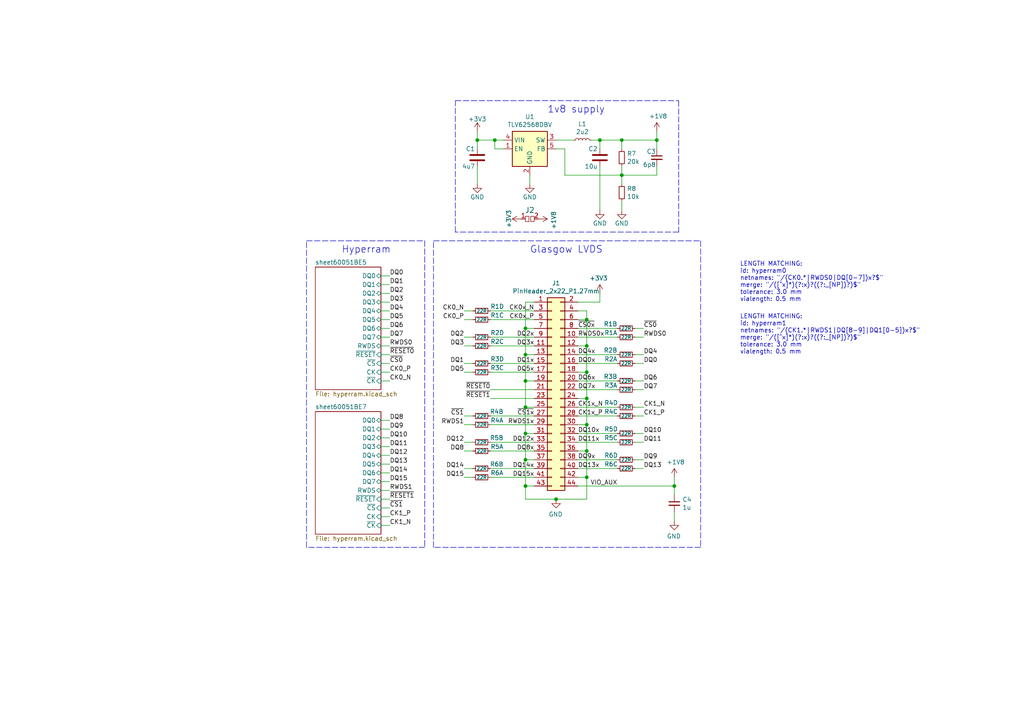
<source format=kicad_sch>
(kicad_sch (version 20230121) (generator eeschema)
  (paper "A4")
  (title_block (title "Glasgow Ram-Pak") (rev "V0.1b") (company "1BitSquared") (comment 1 "(C) 2021 1BitSquared") (comment 2 "(C) 2021 Piotr Esden-Tempski") (comment 3 "License: CC-BY-SA 4.0"))
  (lib_symbols
    (symbol "Connector_Generic:Conn_02x22_Odd_Even" (pin_names (offset 1.016) hide)
      (property "Reference" "J" (at 1.27 27.94 0))
      (property "Value" "Connector_Generic_Conn_02x22_Odd_Even" (at 1.27 -30.48 0))
      (symbol "Conn_02x22_Odd_Even_1_1"
        (rectangle (start -1.27 -27.813) (end 0 -28.067) (stroke (width 0.1524)))
        (rectangle (start -1.27 -25.273) (end 0 -25.527) (stroke (width 0.1524)))
        (rectangle (start -1.27 -22.733) (end 0 -22.987) (stroke (width 0.1524)))
        (rectangle (start -1.27 -20.193) (end 0 -20.447) (stroke (width 0.1524)))
        (rectangle (start -1.27 -17.653) (end 0 -17.907) (stroke (width 0.1524)))
        (rectangle (start -1.27 -15.113) (end 0 -15.367) (stroke (width 0.1524)))
        (rectangle (start -1.27 -12.573) (end 0 -12.827) (stroke (width 0.1524)))
        (rectangle (start -1.27 -10.033) (end 0 -10.287) (stroke (width 0.1524)))
        (rectangle (start -1.27 -7.493) (end 0 -7.747) (stroke (width 0.1524)))
        (rectangle (start -1.27 -4.953) (end 0 -5.207) (stroke (width 0.1524)))
        (rectangle (start -1.27 -2.413) (end 0 -2.667) (stroke (width 0.1524)))
        (rectangle (start -1.27 0.127) (end 0 -0.127) (stroke (width 0.1524)))
        (rectangle (start -1.27 2.667) (end 0 2.413) (stroke (width 0.1524)))
        (rectangle (start -1.27 5.207) (end 0 4.953) (stroke (width 0.1524)))
        (rectangle (start -1.27 7.747) (end 0 7.493) (stroke (width 0.1524)))
        (rectangle (start -1.27 10.287) (end 0 10.033) (stroke (width 0.1524)))
        (rectangle (start -1.27 12.827) (end 0 12.573) (stroke (width 0.1524)))
        (rectangle (start -1.27 15.367) (end 0 15.113) (stroke (width 0.1524)))
        (rectangle (start -1.27 17.907) (end 0 17.653) (stroke (width 0.1524)))
        (rectangle (start -1.27 20.447) (end 0 20.193) (stroke (width 0.1524)))
        (rectangle (start -1.27 22.987) (end 0 22.733) (stroke (width 0.1524)))
        (rectangle (start -1.27 25.527) (end 0 25.273) (stroke (width 0.1524)))
        (rectangle (start -1.27 26.67) (end 3.81 -29.21) (stroke (width 0.254)) (fill (type background)))
        (rectangle (start 3.81 -27.813) (end 2.54 -28.067) (stroke (width 0.1524)))
        (rectangle (start 3.81 -25.273) (end 2.54 -25.527) (stroke (width 0.1524)))
        (rectangle (start 3.81 -22.733) (end 2.54 -22.987) (stroke (width 0.1524)))
        (rectangle (start 3.81 -20.193) (end 2.54 -20.447) (stroke (width 0.1524)))
        (rectangle (start 3.81 -17.653) (end 2.54 -17.907) (stroke (width 0.1524)))
        (rectangle (start 3.81 -15.113) (end 2.54 -15.367) (stroke (width 0.1524)))
        (rectangle (start 3.81 -12.573) (end 2.54 -12.827) (stroke (width 0.1524)))
        (rectangle (start 3.81 -10.033) (end 2.54 -10.287) (stroke (width 0.1524)))
        (rectangle (start 3.81 -7.493) (end 2.54 -7.747) (stroke (width 0.1524)))
        (rectangle (start 3.81 -4.953) (end 2.54 -5.207) (stroke (width 0.1524)))
        (rectangle (start 3.81 -2.413) (end 2.54 -2.667) (stroke (width 0.1524)))
        (rectangle (start 3.81 0.127) (end 2.54 -0.127) (stroke (width 0.1524)))
        (rectangle (start 3.81 2.667) (end 2.54 2.413) (stroke (width 0.1524)))
        (rectangle (start 3.81 5.207) (end 2.54 4.953) (stroke (width 0.1524)))
        (rectangle (start 3.81 7.747) (end 2.54 7.493) (stroke (width 0.1524)))
        (rectangle (start 3.81 10.287) (end 2.54 10.033) (stroke (width 0.1524)))
        (rectangle (start 3.81 12.827) (end 2.54 12.573) (stroke (width 0.1524)))
        (rectangle (start 3.81 15.367) (end 2.54 15.113) (stroke (width 0.1524)))
        (rectangle (start 3.81 17.907) (end 2.54 17.653) (stroke (width 0.1524)))
        (rectangle (start 3.81 20.447) (end 2.54 20.193) (stroke (width 0.1524)))
        (rectangle (start 3.81 22.987) (end 2.54 22.733) (stroke (width 0.1524)))
        (rectangle (start 3.81 25.527) (end 2.54 25.273) (stroke (width 0.1524)))
        (pin passive line (at -5.08 25.4 0) (length 3.81) (name "Pin_1") (number "1"))
        (pin passive line (at 7.62 15.24 180) (length 3.81) (name "Pin_10") (number "10"))
        (pin passive line (at -5.08 12.7 0) (length 3.81) (name "Pin_11") (number "11"))
        (pin passive line (at 7.62 12.7 180) (length 3.81) (name "Pin_12") (number "12"))
        (pin passive line (at -5.08 10.16 0) (length 3.81) (name "Pin_13") (number "13"))
        (pin passive line (at 7.62 10.16 180) (length 3.81) (name "Pin_14") (number "14"))
        (pin passive line (at -5.08 7.62 0) (length 3.81) (name "Pin_15") (number "15"))
        (pin passive line (at 7.62 7.62 180) (length 3.81) (name "Pin_16") (number "16"))
        (pin passive line (at -5.08 5.08 0) (length 3.81) (name "Pin_17") (number "17"))
        (pin passive line (at 7.62 5.08 180) (length 3.81) (name "Pin_18") (number "18"))
        (pin passive line (at -5.08 2.54 0) (length 3.81) (name "Pin_19") (number "19"))
        (pin passive line (at 7.62 25.4 180) (length 3.81) (name "Pin_2") (number "2"))
        (pin passive line (at 7.62 2.54 180) (length 3.81) (name "Pin_20") (number "20"))
        (pin passive line (at -5.08 0 0) (length 3.81) (name "Pin_21") (number "21"))
        (pin passive line (at 7.62 0 180) (length 3.81) (name "Pin_22") (number "22"))
        (pin passive line (at -5.08 -2.54 0) (length 3.81) (name "Pin_23") (number "23"))
        (pin passive line (at 7.62 -2.54 180) (length 3.81) (name "Pin_24") (number "24"))
        (pin passive line (at -5.08 -5.08 0) (length 3.81) (name "Pin_25") (number "25"))
        (pin passive line (at 7.62 -5.08 180) (length 3.81) (name "Pin_26") (number "26"))
        (pin passive line (at -5.08 -7.62 0) (length 3.81) (name "Pin_27") (number "27"))
        (pin passive line (at 7.62 -7.62 180) (length 3.81) (name "Pin_28") (number "28"))
        (pin passive line (at -5.08 -10.16 0) (length 3.81) (name "Pin_29") (number "29"))
        (pin passive line (at -5.08 22.86 0) (length 3.81) (name "Pin_3") (number "3"))
        (pin passive line (at 7.62 -10.16 180) (length 3.81) (name "Pin_30") (number "30"))
        (pin passive line (at -5.08 -12.7 0) (length 3.81) (name "Pin_31") (number "31"))
        (pin passive line (at 7.62 -12.7 180) (length 3.81) (name "Pin_32") (number "32"))
        (pin passive line (at -5.08 -15.24 0) (length 3.81) (name "Pin_33") (number "33"))
        (pin passive line (at 7.62 -15.24 180) (length 3.81) (name "Pin_34") (number "34"))
        (pin passive line (at -5.08 -17.78 0) (length 3.81) (name "Pin_35") (number "35"))
        (pin passive line (at 7.62 -17.78 180) (length 3.81) (name "Pin_36") (number "36"))
        (pin passive line (at -5.08 -20.32 0) (length 3.81) (name "Pin_37") (number "37"))
        (pin passive line (at 7.62 -20.32 180) (length 3.81) (name "Pin_38") (number "38"))
        (pin passive line (at -5.08 -22.86 0) (length 3.81) (name "Pin_39") (number "39"))
        (pin passive line (at 7.62 22.86 180) (length 3.81) (name "Pin_4") (number "4"))
        (pin passive line (at 7.62 -22.86 180) (length 3.81) (name "Pin_40") (number "40"))
        (pin passive line (at -5.08 -25.4 0) (length 3.81) (name "Pin_41") (number "41"))
        (pin passive line (at 7.62 -25.4 180) (length 3.81) (name "Pin_42") (number "42"))
        (pin passive line (at -5.08 -27.94 0) (length 3.81) (name "Pin_43") (number "43"))
        (pin passive line (at 7.62 -27.94 180) (length 3.81) (name "Pin_44") (number "44"))
        (pin passive line (at -5.08 20.32 0) (length 3.81) (name "Pin_5") (number "5"))
        (pin passive line (at 7.62 20.32 180) (length 3.81) (name "Pin_6") (number "6"))
        (pin passive line (at -5.08 17.78 0) (length 3.81) (name "Pin_7") (number "7"))
        (pin passive line (at 7.62 17.78 180) (length 3.81) (name "Pin_8") (number "8"))
        (pin passive line (at -5.08 15.24 0) (length 3.81) (name "Pin_9") (number "9"))
      )
    )
    (symbol "Regulator_Switching:TLV62568DBV"
      (property "Reference" "U" (at -5.08 6.35 0))
      (property "Value" "Regulator_Switching_TLV62568DBV" (at 0 6.35 0))
      (symbol "TLV62568DBV_0_1"
        (rectangle (start -5.08 5.08) (end 5.08 -5.08) (stroke (width 0.254)) (fill (type background)))
      )
      (symbol "TLV62568DBV_1_1"
        (pin input line (at -7.62 0 0) (length 2.54) (name "EN") (number "1"))
        (pin power_in line (at 0 -7.62 90) (length 2.54) (name "GND") (number "2"))
        (pin power_out line (at 7.62 2.54 180) (length 2.54) (name "SW") (number "3"))
        (pin power_in line (at -7.62 2.54 0) (length 2.54) (name "VIN") (number "4"))
        (pin input line (at 7.62 0 180) (length 2.54) (name "FB") (number "5"))
      )
    )
    (symbol "pkl_device:pkl_C" (pin_numbers hide) (pin_names (offset 0.254))
      (property "Reference" "C" (at 0.635 2.54 0))
      (property "Value" "pkl_C" (at 0.635 -2.54 0))
      (symbol "pkl_C_0_1"
        (polyline (pts (xy -2.032 -0.762) (xy 2.032 -0.762)) (stroke (width 0.508)))
        (polyline (pts (xy -2.032 0.762) (xy 2.032 0.762)) (stroke (width 0.508)))
      )
      (symbol "pkl_C_1_1"
        (pin passive line (at 0 2.54 270) (length 1.524) (name "~") (number "1"))
        (pin passive line (at 0 -2.54 90) (length 1.524) (name "~") (number "2"))
      )
    )
    (symbol "pkl_device:pkl_C_Small" (pin_numbers hide) (pin_names (offset 0.254) hide)
      (property "Reference" "C" (at 0.254 1.778 0))
      (property "Value" "pkl_C_Small" (at 0.254 -2.032 0))
      (symbol "pkl_C_Small_0_1"
        (polyline (pts (xy -1.524 -0.508) (xy 1.524 -0.508)) (stroke (width 0.3302)))
        (polyline (pts (xy -1.524 0.508) (xy 1.524 0.508)) (stroke (width 0.3048)))
      )
      (symbol "pkl_C_Small_1_1"
        (pin passive line (at 0 2.54 270) (length 1.905) (name "~") (number "1"))
        (pin passive line (at 0 -2.54 90) (length 2.032) (name "~") (number "2"))
      )
    )
    (symbol "pkl_device:pkl_L_Small" (pin_numbers hide) (pin_names (offset 0) hide)
      (property "Reference" "L" (at 1.524 1.27 0))
      (property "Value" "pkl_L_Small" (at 1.524 -1.27 0))
      (symbol "pkl_L_Small_0_1"
        (arc (start 0 -2.032) (mid 0.5058 -1.524) (end 0 -1.016))
        (arc (start 0 -1.016) (mid 0.5058 -0.508) (end 0 0))
        (arc (start 0 0) (mid 0.5058 0.508) (end 0 1.016))
        (arc (start 0 1.016) (mid 0.5058 1.524) (end 0 2.032))
      )
      (symbol "pkl_L_Small_1_1"
        (pin input line (at 0 -2.54 90) (length 0.508) (name "1") (number "1"))
        (pin input line (at 0 2.54 270) (length 0.508) (name "2") (number "2"))
      )
    )
    (symbol "pkl_device:pkl_R4_Small" (pin_numbers hide) (pin_names (offset 0.254) hide)
      (property "Reference" "R" (at 0.762 0.508 0))
      (property "Value" "pkl_R4_Small" (at 0.762 -1.016 0))
      (symbol "pkl_R4_Small_0_1"
        (rectangle (start -0.762 1.778) (end 0.762 -1.778) (stroke (width 0.2032)))
      )
      (symbol "pkl_R4_Small_1_1"
        (pin passive line (at 0 2.54 270) (length 0.762) (name "~") (number "1"))
        (pin passive line (at 0 -2.54 90) (length 0.762) (name "~") (number "2"))
      )
      (symbol "pkl_R4_Small_2_1"
        (pin passive line (at 0 2.54 270) (length 0.762) (name "~") (number "3"))
        (pin passive line (at 0 -2.54 90) (length 0.762) (name "~") (number "4"))
      )
      (symbol "pkl_R4_Small_3_1"
        (pin passive line (at 0 2.54 270) (length 0.762) (name "~") (number "5"))
        (pin passive line (at 0 -2.54 90) (length 0.762) (name "~") (number "6"))
      )
      (symbol "pkl_R4_Small_4_1"
        (pin passive line (at 0 2.54 270) (length 0.762) (name "~") (number "7"))
        (pin passive line (at 0 -2.54 90) (length 0.762) (name "~") (number "8"))
      )
    )
    (symbol "pkl_device:pkl_R_Small" (pin_numbers hide) (pin_names (offset 0.254) hide)
      (property "Reference" "R" (at 0.762 0.508 0))
      (property "Value" "pkl_R_Small" (at 0.762 -1.016 0))
      (symbol "pkl_R_Small_0_1"
        (rectangle (start -0.762 1.778) (end 0.762 -1.778) (stroke (width 0.2032)))
      )
      (symbol "pkl_R_Small_1_1"
        (pin passive line (at 0 2.54 270) (length 0.762) (name "~") (number "1"))
        (pin passive line (at 0 -2.54 90) (length 0.762) (name "~") (number "2"))
      )
    )
    (symbol "pkl_misc:pkl_jumper" (pin_names (offset 1.016))
      (property "Reference" "J" (at 2.54 -2.54 0))
      (property "Value" "pkl_jumper" (at 0 3.81 0))
      (symbol "pkl_jumper_0_1"
        (rectangle (start -1.27 0.762) (end -0.254 -0.762))
        (rectangle (start 0.254 0.762) (end 1.27 -0.762))
      )
      (symbol "pkl_jumper_1_1"
        (pin passive line (at -2.54 0 0) (length 1.27) (name "~") (number "1"))
        (pin passive line (at 2.54 0 180) (length 1.27) (name "~") (number "2"))
      )
    )
    (symbol "power:+1V8" (power) (pin_names (offset 0))
      (property "Value" "power_+1V8" (at 0 3.556 0))
      (symbol "+1V8_0_1"
        (polyline (pts (xy -0.762 1.27) (xy 0 2.54)))
        (polyline (pts (xy 0 0) (xy 0 2.54)))
        (polyline (pts (xy 0 2.54) (xy 0.762 1.27)))
      )
      (symbol "+1V8_1_1"
        (pin power_in line (at 0 0 90) (length 0) hide (name "+1V8") (number "1"))
      )
    )
    (symbol "power:+3.3V" (power) (pin_names (offset 0))
      (property "Value" "power_+3.3V" (at 0 3.556 0))
      (symbol "+3.3V_0_1"
        (polyline (pts (xy -0.762 1.27) (xy 0 2.54)))
        (polyline (pts (xy 0 0) (xy 0 2.54)))
        (polyline (pts (xy 0 2.54) (xy 0.762 1.27)))
      )
      (symbol "+3.3V_1_1"
        (pin power_in line (at 0 0 90) (length 0) hide (name "+3V3") (number "1"))
      )
    )
    (symbol "power:+3V3" (power) (pin_names (offset 0))
      (property "Value" "power_+3V3" (at 0 3.556 0))
      (symbol "+3V3_0_1"
        (polyline (pts (xy -0.762 1.27) (xy 0 2.54)))
        (polyline (pts (xy 0 0) (xy 0 2.54)))
        (polyline (pts (xy 0 2.54) (xy 0.762 1.27)))
      )
      (symbol "+3V3_1_1"
        (pin power_in line (at 0 0 90) (length 0) hide (name "+3V3") (number "1"))
      )
    )
    (symbol "power:GND" (power) (pin_names (offset 0))
      (property "Value" "power_GND" (at 0 -3.81 0))
      (symbol "GND_0_1"
        (polyline (pts (xy 0 0) (xy 0 -1.27) (xy 1.27 -1.27) (xy 0 -2.54) (xy -1.27 -1.27) (xy 0 -1.27)))
      )
      (symbol "GND_1_1"
        (pin power_in line (at 0 0 270) (length 0) hide (name "GND") (number "1"))
      )
    )
  )
  (bus_alias "DRAM0" (members "DQ[0..7]" "CK0_P" "CK0_N"))
  (junction (at 170.18 107.95) (diameter 0.9144))
  (junction (at 152.4 95.25) (diameter 0.9144))
  (junction (at 170.18 130.81) (diameter 0.9144))
  (junction (at 170.18 100.33) (diameter 0.9144))
  (junction (at 152.4 140.97) (diameter 0.9144))
  (junction (at 152.4 118.11) (diameter 0.9144))
  (junction (at 152.4 110.49) (diameter 0.9144))
  (junction (at 138.43 40.64) (diameter 0.9144))
  (junction (at 143.51 40.64) (diameter 0.9144))
  (junction (at 170.18 92.71) (diameter 0.9144))
  (junction (at 152.4 133.35) (diameter 0.9144))
  (junction (at 170.18 138.43) (diameter 0.9144))
  (junction (at 195.58 140.97) (diameter 0.9144))
  (junction (at 161.29 144.78) (diameter 0.9144))
  (junction (at 180.34 40.64) (diameter 0.9144))
  (junction (at 170.18 123.19) (diameter 0.9144))
  (junction (at 152.4 125.73) (diameter 0.9144))
  (junction (at 170.18 115.57) (diameter 0.9144))
  (junction (at 190.5 40.64) (diameter 0.9144))
  (junction (at 180.34 50.8) (diameter 0.9144))
  (junction (at 173.99 40.64) (diameter 0.9144))
  (junction (at 152.4 102.87) (diameter 0.9144))
  (wire (pts (xy 143.51 40.64) (xy 138.43 40.64)))
  (wire (pts (xy 167.64 118.11) (xy 179.07 118.11)))
  (wire (pts (xy 161.29 144.78) (xy 152.4 144.78)))
  (wire (pts (xy 142.24 113.03) (xy 154.94 113.03)))
  (wire (pts (xy 110.49 105.41) (xy 113.03 105.41)))
  (wire (pts (xy 170.18 138.43) (xy 167.64 138.43)))
  (wire (pts (xy 110.49 110.49) (xy 113.03 110.49)))
  (wire (pts (xy 110.49 139.7) (xy 113.03 139.7)))
  (wire (pts (xy 190.5 50.8) (xy 180.34 50.8)))
  (wire (pts (xy 180.34 58.42) (xy 180.34 60.96)))
  (wire (pts (xy 142.24 97.79) (xy 154.94 97.79)))
  (polyline (pts (xy 123.19 158.75) (xy 88.9 158.75)) (stroke (width 0) (type dash)))
  (wire (pts (xy 154.94 102.87) (xy 152.4 102.87)))
  (wire (pts (xy 167.64 92.71) (xy 170.18 92.71)))
  (wire (pts (xy 170.18 138.43) (xy 170.18 144.78)))
  (wire (pts (xy 152.4 87.63) (xy 152.4 95.25)))
  (wire (pts (xy 184.15 95.25) (xy 186.69 95.25)))
  (wire (pts (xy 137.16 123.19) (xy 134.62 123.19)))
  (wire (pts (xy 167.64 100.33) (xy 170.18 100.33)))
  (wire (pts (xy 154.94 110.49) (xy 152.4 110.49)))
  (wire (pts (xy 170.18 144.78) (xy 161.29 144.78)))
  (wire (pts (xy 138.43 43.18) (xy 138.43 40.64)))
  (wire (pts (xy 180.34 50.8) (xy 180.34 53.34)))
  (polyline (pts (xy 88.9 158.75) (xy 88.9 69.85)) (stroke (width 0) (type dash)))
  (wire (pts (xy 190.5 40.64) (xy 190.5 43.18)))
  (wire (pts (xy 134.62 105.41) (xy 137.16 105.41)))
  (wire (pts (xy 154.94 115.57) (xy 142.24 115.57)))
  (wire (pts (xy 173.99 40.64) (xy 173.99 43.18)))
  (polyline (pts (xy 196.85 29.21) (xy 196.85 67.31)) (stroke (width 0) (type dash)))
  (wire (pts (xy 110.49 100.33) (xy 113.03 100.33)))
  (wire (pts (xy 167.64 90.17) (xy 170.18 90.17)))
  (polyline (pts (xy 88.9 69.85) (xy 123.19 69.85)) (stroke (width 0) (type dash)))
  (wire (pts (xy 110.49 92.71) (xy 113.03 92.71)))
  (polyline (pts (xy 203.2 69.85) (xy 203.2 158.75)) (stroke (width 0) (type dash)))
  (wire (pts (xy 180.34 40.64) (xy 190.5 40.64)))
  (wire (pts (xy 167.64 140.97) (xy 195.58 140.97)))
  (wire (pts (xy 110.49 152.4) (xy 113.03 152.4)))
  (wire (pts (xy 137.16 92.71) (xy 134.62 92.71)))
  (polyline (pts (xy 132.08 67.31) (xy 132.08 29.21)) (stroke (width 0) (type dash)))
  (wire (pts (xy 167.64 110.49) (xy 179.07 110.49)))
  (wire (pts (xy 184.15 105.41) (xy 186.69 105.41)))
  (wire (pts (xy 167.64 95.25) (xy 179.07 95.25)))
  (wire (pts (xy 110.49 121.92) (xy 113.03 121.92)))
  (wire (pts (xy 161.29 40.64) (xy 166.37 40.64)))
  (wire (pts (xy 179.07 105.41) (xy 167.64 105.41)))
  (wire (pts (xy 184.15 110.49) (xy 186.69 110.49)))
  (wire (pts (xy 110.49 147.32) (xy 113.03 147.32)))
  (wire (pts (xy 110.49 124.46) (xy 113.03 124.46)))
  (polyline (pts (xy 203.2 158.75) (xy 125.73 158.75)) (stroke (width 0) (type dash)))
  (wire (pts (xy 110.49 87.63) (xy 113.03 87.63)))
  (wire (pts (xy 179.07 135.89) (xy 167.64 135.89)))
  (wire (pts (xy 110.49 82.55) (xy 113.03 82.55)))
  (wire (pts (xy 154.94 87.63) (xy 152.4 87.63)))
  (wire (pts (xy 110.49 95.25) (xy 113.03 95.25)))
  (wire (pts (xy 171.45 40.64) (xy 173.99 40.64)))
  (wire (pts (xy 142.24 105.41) (xy 154.94 105.41)))
  (wire (pts (xy 152.4 110.49) (xy 152.4 118.11)))
  (wire (pts (xy 170.18 107.95) (xy 170.18 115.57)))
  (wire (pts (xy 173.99 48.26) (xy 173.99 60.96)))
  (wire (pts (xy 190.5 40.64) (xy 190.5 38.1)))
  (wire (pts (xy 146.05 40.64) (xy 143.51 40.64)))
  (wire (pts (xy 179.07 128.27) (xy 167.64 128.27)))
  (wire (pts (xy 137.16 100.33) (xy 134.62 100.33)))
  (wire (pts (xy 137.16 97.79) (xy 134.62 97.79)))
  (wire (pts (xy 186.69 135.89) (xy 184.15 135.89)))
  (polyline (pts (xy 123.19 69.85) (xy 123.19 158.75)) (stroke (width 0) (type dash)))
  (wire (pts (xy 170.18 123.19) (xy 167.64 123.19)))
  (wire (pts (xy 142.24 135.89) (xy 154.94 135.89)))
  (wire (pts (xy 152.4 102.87) (xy 152.4 110.49)))
  (wire (pts (xy 110.49 107.95) (xy 113.03 107.95)))
  (wire (pts (xy 110.49 137.16) (xy 113.03 137.16)))
  (wire (pts (xy 154.94 140.97) (xy 152.4 140.97)))
  (wire (pts (xy 154.94 92.71) (xy 142.24 92.71)))
  (wire (pts (xy 179.07 97.79) (xy 167.64 97.79)))
  (wire (pts (xy 110.49 85.09) (xy 113.03 85.09)))
  (wire (pts (xy 167.64 115.57) (xy 170.18 115.57)))
  (wire (pts (xy 154.94 100.33) (xy 142.24 100.33)))
  (wire (pts (xy 152.4 118.11) (xy 152.4 125.73)))
  (wire (pts (xy 110.49 149.86) (xy 113.03 149.86)))
  (wire (pts (xy 167.64 133.35) (xy 179.07 133.35)))
  (wire (pts (xy 186.69 128.27) (xy 184.15 128.27)))
  (wire (pts (xy 186.69 133.35) (xy 184.15 133.35)))
  (wire (pts (xy 154.94 138.43) (xy 142.24 138.43)))
  (wire (pts (xy 170.18 123.19) (xy 170.18 130.81)))
  (wire (pts (xy 110.49 90.17) (xy 113.03 90.17)))
  (wire (pts (xy 170.18 115.57) (xy 170.18 123.19)))
  (wire (pts (xy 195.58 140.97) (xy 195.58 143.51)))
  (wire (pts (xy 110.49 102.87) (xy 113.03 102.87)))
  (wire (pts (xy 190.5 48.26) (xy 190.5 50.8)))
  (wire (pts (xy 110.49 97.79) (xy 113.03 97.79)))
  (wire (pts (xy 110.49 80.01) (xy 113.03 80.01)))
  (wire (pts (xy 137.16 138.43) (xy 134.62 138.43)))
  (wire (pts (xy 110.49 134.62) (xy 113.03 134.62)))
  (wire (pts (xy 152.4 133.35) (xy 152.4 140.97)))
  (wire (pts (xy 184.15 113.03) (xy 186.69 113.03)))
  (wire (pts (xy 154.94 130.81) (xy 142.24 130.81)))
  (wire (pts (xy 195.58 148.59) (xy 195.58 151.13)))
  (wire (pts (xy 170.18 90.17) (xy 170.18 92.71)))
  (wire (pts (xy 154.94 125.73) (xy 152.4 125.73)))
  (wire (pts (xy 142.24 120.65) (xy 154.94 120.65)))
  (wire (pts (xy 186.69 125.73) (xy 184.15 125.73)))
  (wire (pts (xy 134.62 107.95) (xy 137.16 107.95)))
  (wire (pts (xy 154.94 107.95) (xy 142.24 107.95)))
  (wire (pts (xy 179.07 113.03) (xy 167.64 113.03)))
  (wire (pts (xy 154.94 95.25) (xy 152.4 95.25)))
  (wire (pts (xy 167.64 130.81) (xy 170.18 130.81)))
  (wire (pts (xy 170.18 130.81) (xy 170.18 138.43)))
  (wire (pts (xy 163.83 43.18) (xy 161.29 43.18)))
  (polyline (pts (xy 196.85 67.31) (xy 132.08 67.31)) (stroke (width 0) (type dash)))
  (wire (pts (xy 154.94 118.11) (xy 152.4 118.11)))
  (wire (pts (xy 154.94 133.35) (xy 152.4 133.35)))
  (wire (pts (xy 152.4 140.97) (xy 152.4 144.78)))
  (polyline (pts (xy 132.08 29.21) (xy 196.85 29.21)) (stroke (width 0) (type dash)))
  (wire (pts (xy 173.99 87.63) (xy 167.64 87.63)))
  (wire (pts (xy 186.69 118.11) (xy 184.15 118.11)))
  (wire (pts (xy 143.51 43.18) (xy 143.51 40.64)))
  (wire (pts (xy 163.83 50.8) (xy 163.83 43.18)))
  (wire (pts (xy 170.18 92.71) (xy 170.18 100.33)))
  (wire (pts (xy 167.64 125.73) (xy 179.07 125.73)))
  (wire (pts (xy 167.64 102.87) (xy 179.07 102.87)))
  (wire (pts (xy 137.16 130.81) (xy 134.62 130.81)))
  (wire (pts (xy 137.16 135.89) (xy 134.62 135.89)))
  (wire (pts (xy 138.43 40.64) (xy 138.43 38.1)))
  (wire (pts (xy 173.99 40.64) (xy 180.34 40.64)))
  (wire (pts (xy 110.49 144.78) (xy 113.03 144.78)))
  (wire (pts (xy 195.58 140.97) (xy 195.58 138.43)))
  (wire (pts (xy 110.49 129.54) (xy 113.03 129.54)))
  (wire (pts (xy 142.24 128.27) (xy 154.94 128.27)))
  (wire (pts (xy 180.34 48.26) (xy 180.34 50.8)))
  (wire (pts (xy 110.49 127) (xy 113.03 127)))
  (wire (pts (xy 142.24 90.17) (xy 154.94 90.17)))
  (wire (pts (xy 170.18 100.33) (xy 170.18 107.95)))
  (wire (pts (xy 137.16 120.65) (xy 134.62 120.65)))
  (wire (pts (xy 170.18 107.95) (xy 167.64 107.95)))
  (wire (pts (xy 153.67 50.8) (xy 153.67 53.34)))
  (wire (pts (xy 137.16 90.17) (xy 134.62 90.17)))
  (wire (pts (xy 152.4 125.73) (xy 152.4 133.35)))
  (wire (pts (xy 167.64 120.65) (xy 179.07 120.65)))
  (wire (pts (xy 180.34 50.8) (xy 163.83 50.8)))
  (wire (pts (xy 173.99 85.09) (xy 173.99 87.63)))
  (wire (pts (xy 184.15 97.79) (xy 186.69 97.79)))
  (wire (pts (xy 184.15 102.87) (xy 186.69 102.87)))
  (wire (pts (xy 152.4 95.25) (xy 152.4 102.87)))
  (wire (pts (xy 154.94 123.19) (xy 142.24 123.19)))
  (wire (pts (xy 180.34 40.64) (xy 180.34 43.18)))
  (polyline (pts (xy 125.73 69.85) (xy 203.2 69.85)) (stroke (width 0) (type dash)))
  (wire (pts (xy 110.49 142.24) (xy 113.03 142.24)))
  (polyline (pts (xy 125.73 158.75) (xy 125.73 69.85)) (stroke (width 0) (type dash)))
  (wire (pts (xy 138.43 48.26) (xy 138.43 53.34)))
  (wire (pts (xy 137.16 128.27) (xy 134.62 128.27)))
  (wire (pts (xy 186.69 120.65) (xy 184.15 120.65)))
  (wire (pts (xy 146.05 43.18) (xy 143.51 43.18)))
  (wire (pts (xy 110.49 132.08) (xy 113.03 132.08)))
  (text "LENGTH MATCHING:\nid: hyperram0\nnetnames: \"/(CK0.*|RWDS0|DQ[0-7])x?$\"\nmerge: \"/([^x]*)(?:x)?((?:_[NP])?)$\"\ntolerance: 3.0 mm\nvialength: 0.5 mm" (at 214.63 87.63 0) (effects (font (size 1.27 1.27)) (justify left bottom)))
  (text "Glasgow LVDS" (at 153.67 73.66 0) (effects (font (size 2.0066 2.0066)) (justify left bottom)))
  (text "LENGTH MATCHING:\nid: hyperram1\nnetnames: \"/(CK1.*|RWDS1|DQ[8-9]|DQ1[0-5])x?$\"\nmerge: \"/([^x]*)(?:x)?((?:_[NP])?)$\"\ntolerance: 3.0 mm\nvialength: 0.5 mm" (at 214.63 102.87 0) (effects (font (size 1.27 1.27)) (justify left bottom)))
  (text "1v8 supply" (at 158.75 33.02 0) (effects (font (size 2.0066 2.0066)) (justify left bottom)))
  (text "Hyperram" (at 99.06 73.66 0) (effects (font (size 2.0066 2.0066)) (justify left bottom)))
  (label "DQ14x" (at 154.94 135.89 180))
  (label "RWDS0" (at 113.03 100.33 0))
  (label "CK0_N" (at 113.03 110.49 0))
  (label "DQ3" (at 113.03 87.63 0))
  (label "DQ3" (at 134.62 100.33 180))
  (label "CK0_P" (at 113.03 107.95 0))
  (label "DQ11x" (at 167.64 128.27 0))
  (label "DQ8x" (at 154.94 130.81 180))
  (label "CK0_N" (at 134.62 90.17 180))
  (label "~{CS1}" (at 113.03 147.32 0))
  (label "DQ11" (at 113.03 129.54 0))
  (label "DQ8" (at 134.62 130.81 180))
  (label "DQ15x" (at 154.94 138.43 180))
  (label "DQ4x" (at 167.64 102.87 0))
  (label "DQ5x" (at 154.94 107.95 180))
  (label "CK1_P" (at 113.03 149.86 0))
  (label "~{RESET0}" (at 113.03 102.87 0))
  (label "DQ12x" (at 154.94 128.27 180))
  (label "DQ6x" (at 167.64 110.49 0))
  (label "DQ9x" (at 167.64 133.35 0))
  (label "DQ0" (at 186.69 105.41 0))
  (label "DQ2" (at 134.62 97.79 180))
  (label "DQ7x" (at 167.64 113.03 0))
  (label "DQ2" (at 113.03 85.09 0))
  (label "~{CS1x}" (at 154.94 120.65 180))
  (label "DQ11" (at 186.69 128.27 0))
  (label "DQ3x" (at 154.94 100.33 180))
  (label "~{RESET1}" (at 113.03 144.78 0))
  (label "DQ10x" (at 167.64 125.73 0))
  (label "DQ7" (at 113.03 97.79 0))
  (label "DQ14" (at 113.03 137.16 0))
  (label "RWDS0" (at 186.69 97.79 0))
  (label "VIO_AUX" (at 179.07 140.97 180))
  (label "DQ8" (at 113.03 121.92 0))
  (label "CK0x_N" (at 154.94 90.17 180))
  (label "DQ6" (at 186.69 110.49 0))
  (label "DQ1" (at 113.03 82.55 0))
  (label "DQ2x" (at 154.94 97.79 180))
  (label "DQ12" (at 113.03 132.08 0))
  (label "DQ15" (at 134.62 138.43 180))
  (label "CK1x_P" (at 167.64 120.65 0))
  (label "~{RESET1}" (at 142.24 115.57 180))
  (label "DQ4" (at 186.69 102.87 0))
  (label "RWDS1" (at 134.62 123.19 180))
  (label "DQ1x" (at 154.94 105.41 180))
  (label "DQ13" (at 186.69 135.89 0))
  (label "DQ0" (at 113.03 80.01 0))
  (label "~{CS0}" (at 186.69 95.25 0))
  (label "DQ9" (at 186.69 133.35 0))
  (label "DQ14" (at 134.62 135.89 180))
  (label "DQ10" (at 113.03 127 0))
  (label "CK0_P" (at 134.62 92.71 180))
  (label "DQ13" (at 113.03 134.62 0))
  (label "DQ9" (at 113.03 124.46 0))
  (label "CK1_P" (at 186.69 120.65 0))
  (label "DQ5" (at 113.03 92.71 0))
  (label "CK1_N" (at 186.69 118.11 0))
  (label "DQ12" (at 134.62 128.27 180))
  (label "DQ1" (at 134.62 105.41 180))
  (label "DQ7" (at 186.69 113.03 0))
  (label "DQ5" (at 134.62 107.95 180))
  (label "RWDS1" (at 113.03 142.24 0))
  (label "~{RESET0}" (at 142.24 113.03 180))
  (label "DQ13x" (at 167.64 135.89 0))
  (label "RWDS0x" (at 167.64 97.79 0))
  (label "DQ15" (at 113.03 139.7 0))
  (label "DQ4" (at 113.03 90.17 0))
  (label "CK1_N" (at 113.03 152.4 0))
  (label "CK1x_N" (at 167.64 118.11 0))
  (label "DQ10" (at 186.69 125.73 0))
  (label "~{CS0}" (at 113.03 105.41 0))
  (label "DQ0x" (at 167.64 105.41 0))
  (label "CK0x_P" (at 154.94 92.71 180))
  (label "DQ6" (at 113.03 95.25 0))
  (label "~{CS1}" (at 134.62 120.65 180))
  (label "RWDS1x" (at 154.94 123.19 180))
  (label "~{CS0x}" (at 167.64 95.25 0))
  (symbol (lib_id "pkl_device:pkl_R4_Small") (at 181.61 97.79 90) (mirror x) (unit 1)
    (property "Reference" "R1" (at 179.07 96.52 90) (effects (justify left)))
    (property "Value" "22R" (at 181.61 97.79 90) (effects (font (size 0.9906 0.9906))))
    (property "Footprint" "pkl_dipol:R_Array_Convex_4x0402" (effects hide))
    (property "1b2-bom-key" "res-0402cv-array-4-22" (effects hide))
  )
  (symbol (lib_id "power:+1V8") (at 195.58 138.43 0) (unit 1)
    (property "Reference" "#PWR06" (effects hide))
    (property "Value" "+1V8" (at 195.961 134.0358 0))
  )
  (symbol (lib_id "Connector_Generic:Conn_02x22_Odd_Even") (at 160.02 113.03 0) (unit 1)
    (property "Reference" "J1" (at 161.29 82.1182 0))
    (property "Value" "PinHeader_2x22_P1.27mm" (at 161.29 84.4296 0))
    (property "Footprint" "pkl_pin_sockets:PinSocket_2x22_P1.27mm_Vertical_Pass-Through__SMD" (effects hide))
    (property "1b2-bom-key" "conn-smd-005in-22-2-hdr" (effects hide))
    (property "MPN" "FTS-122-01-L-DV" (effects hide))
    (property "Mfg" "Samtec Inc." (effects hide))
  )
  (symbol (lib_id "power:+3.3V") (at 173.99 85.09 0) (mirror y) (unit 1)
    (property "Reference" "#PWR05" (effects hide))
    (property "Value" "+3.3V" (at 173.609 80.6958 0))
  )
  (symbol (lib_id "power:GND") (at 161.29 144.78 0) (mirror y) (unit 1)
    (property "Reference" "#PWR04" (effects hide))
    (property "Value" "GND" (at 161.163 149.1742 0))
  )
  (symbol (lib_id "pkl_device:pkl_C_Small") (at 195.58 146.05 0) (unit 1)
    (property "Reference" "C4" (at 197.9168 144.8816 0) (effects (justify left)))
    (property "Value" "1u" (at 197.9168 147.193 0) (effects (justify left)))
    (property "Footprint" "pkl_dipol:C_0402" (effects hide))
    (property "1b2-bom-key" "cap-cer-0402-1u" (effects hide))
  )
  (symbol (lib_id "power:GND") (at 195.58 151.13 0) (mirror y) (unit 1)
    (property "Reference" "#PWR07" (effects hide))
    (property "Value" "GND" (at 195.453 155.5242 0))
  )
  (symbol (lib_id "pkl_device:pkl_R4_Small") (at 181.61 95.25 90) (mirror x) (unit 2)
    (property "Reference" "R1" (at 179.07 93.98 90) (effects (justify left)))
    (property "Value" "22R" (at 181.61 95.25 90) (effects (font (size 0.9906 0.9906))))
    (property "Footprint" "pkl_dipol:R_Array_Convex_4x0402" (effects hide))
    (property "1b2-bom-key" "res-0402cv-array-4-22" (effects hide))
  )
  (symbol (lib_id "pkl_device:pkl_R4_Small") (at 139.7 92.71 270) (unit 3)
    (property "Reference" "R1" (at 142.24 91.44 90) (effects (justify left)))
    (property "Value" "22R" (at 139.7 92.71 90) (effects (font (size 0.9906 0.9906))))
    (property "Footprint" "pkl_dipol:R_Array_Convex_4x0402" (effects hide))
    (property "1b2-bom-key" "res-0402cv-array-4-22" (effects hide))
  )
  (symbol (lib_id "pkl_device:pkl_R4_Small") (at 139.7 90.17 270) (unit 4)
    (property "Reference" "R1" (at 142.24 88.9 90) (effects (justify left)))
    (property "Value" "22R" (at 139.7 90.17 90) (effects (font (size 0.9906 0.9906))))
    (property "Footprint" "pkl_dipol:R_Array_Convex_4x0402" (effects hide))
    (property "1b2-bom-key" "res-0402cv-array-4-22" (effects hide))
  )
  (symbol (lib_id "pkl_device:pkl_R4_Small") (at 181.61 105.41 90) (mirror x) (unit 1)
    (property "Reference" "R2" (at 179.07 104.14 90) (effects (justify left)))
    (property "Value" "22R" (at 181.61 105.41 90) (effects (font (size 0.9906 0.9906))))
    (property "Footprint" "pkl_dipol:R_Array_Convex_4x0402" (effects hide))
    (property "1b2-bom-key" "res-0402cv-array-4-22" (effects hide))
  )
  (symbol (lib_id "pkl_device:pkl_R4_Small") (at 181.61 102.87 90) (mirror x) (unit 2)
    (property "Reference" "R2" (at 179.07 101.6 90) (effects (justify left)))
    (property "Value" "22R" (at 181.61 102.87 90) (effects (font (size 0.9906 0.9906))))
    (property "Footprint" "pkl_dipol:R_Array_Convex_4x0402" (effects hide))
    (property "1b2-bom-key" "res-0402cv-array-4-22" (effects hide))
  )
  (symbol (lib_id "pkl_device:pkl_R4_Small") (at 139.7 100.33 270) (unit 3)
    (property "Reference" "R2" (at 142.24 99.06 90) (effects (justify left)))
    (property "Value" "22R" (at 139.7 100.33 90) (effects (font (size 0.9906 0.9906))))
    (property "Footprint" "pkl_dipol:R_Array_Convex_4x0402" (effects hide))
    (property "1b2-bom-key" "res-0402cv-array-4-22" (effects hide))
  )
  (symbol (lib_id "pkl_device:pkl_R4_Small") (at 139.7 97.79 270) (unit 4)
    (property "Reference" "R2" (at 142.24 96.52 90) (effects (justify left)))
    (property "Value" "22R" (at 139.7 97.79 90) (effects (font (size 0.9906 0.9906))))
    (property "Footprint" "pkl_dipol:R_Array_Convex_4x0402" (effects hide))
    (property "1b2-bom-key" "res-0402cv-array-4-22" (effects hide))
  )
  (symbol (lib_id "pkl_device:pkl_R4_Small") (at 181.61 113.03 90) (mirror x) (unit 1)
    (property "Reference" "R3" (at 179.07 111.76 90) (effects (justify left)))
    (property "Value" "22R" (at 181.61 113.03 90) (effects (font (size 0.9906 0.9906))))
    (property "Footprint" "pkl_dipol:R_Array_Convex_4x0402" (effects hide))
    (property "1b2-bom-key" "res-0402cv-array-4-22" (effects hide))
  )
  (symbol (lib_id "pkl_device:pkl_R4_Small") (at 181.61 110.49 90) (mirror x) (unit 2)
    (property "Reference" "R3" (at 179.07 109.22 90) (effects (justify left)))
    (property "Value" "22R" (at 181.61 110.49 90) (effects (font (size 0.9906 0.9906))))
    (property "Footprint" "pkl_dipol:R_Array_Convex_4x0402" (effects hide))
    (property "1b2-bom-key" "res-0402cv-array-4-22" (effects hide))
  )
  (symbol (lib_id "pkl_device:pkl_R4_Small") (at 139.7 107.95 270) (unit 3)
    (property "Reference" "R3" (at 142.24 106.68 90) (effects (justify left)))
    (property "Value" "22R" (at 139.7 107.95 90) (effects (font (size 0.9906 0.9906))))
    (property "Footprint" "pkl_dipol:R_Array_Convex_4x0402" (effects hide))
    (property "1b2-bom-key" "res-0402cv-array-4-22" (effects hide))
  )
  (symbol (lib_id "pkl_device:pkl_R4_Small") (at 139.7 105.41 270) (unit 4)
    (property "Reference" "R3" (at 142.24 104.14 90) (effects (justify left)))
    (property "Value" "22R" (at 139.7 105.41 90) (effects (font (size 0.9906 0.9906))))
    (property "Footprint" "pkl_dipol:R_Array_Convex_4x0402" (effects hide))
    (property "1b2-bom-key" "res-0402cv-array-4-22" (effects hide))
  )
  (symbol (lib_id "pkl_device:pkl_R4_Small") (at 139.7 123.19 270) (mirror x) (unit 1)
    (property "Reference" "R4" (at 146.05 121.92 90) (effects (justify right)))
    (property "Value" "22R" (at 139.7 123.19 90) (effects (font (size 0.9906 0.9906))))
    (property "Footprint" "pkl_dipol:R_Array_Convex_4x0402" (effects hide))
    (property "1b2-bom-key" "res-0402cv-array-4-22" (effects hide))
  )
  (symbol (lib_id "pkl_device:pkl_R4_Small") (at 139.7 120.65 270) (unit 2)
    (property "Reference" "R4" (at 146.05 119.38 90) (effects (justify right)))
    (property "Value" "22R" (at 139.7 120.65 90) (effects (font (size 0.9906 0.9906))))
    (property "Footprint" "pkl_dipol:R_Array_Convex_4x0402" (effects hide))
    (property "1b2-bom-key" "res-0402cv-array-4-22" (effects hide))
  )
  (symbol (lib_id "pkl_device:pkl_R4_Small") (at 181.61 120.65 90) (mirror x) (unit 3)
    (property "Reference" "R4" (at 175.26 119.38 90) (effects (justify right)))
    (property "Value" "22R" (at 181.61 120.65 90) (effects (font (size 0.9906 0.9906))))
    (property "Footprint" "pkl_dipol:R_Array_Convex_4x0402" (effects hide))
    (property "1b2-bom-key" "res-0402cv-array-4-22" (effects hide))
  )
  (symbol (lib_id "pkl_device:pkl_R4_Small") (at 181.61 118.11 90) (mirror x) (unit 4)
    (property "Reference" "R4" (at 175.26 116.84 90) (effects (justify right)))
    (property "Value" "22R" (at 181.61 118.11 90) (effects (font (size 0.9906 0.9906))))
    (property "Footprint" "pkl_dipol:R_Array_Convex_4x0402" (effects hide))
    (property "1b2-bom-key" "res-0402cv-array-4-22" (effects hide))
  )
  (symbol (lib_id "pkl_device:pkl_R4_Small") (at 139.7 130.81 270) (unit 1)
    (property "Reference" "R5" (at 146.05 129.54 90) (effects (justify right)))
    (property "Value" "22R" (at 139.7 130.81 90) (effects (font (size 0.9906 0.9906))))
    (property "Footprint" "pkl_dipol:R_Array_Convex_4x0402" (effects hide))
    (property "1b2-bom-key" "res-0402cv-array-4-22" (effects hide))
  )
  (symbol (lib_id "pkl_device:pkl_R4_Small") (at 139.7 128.27 270) (unit 2)
    (property "Reference" "R5" (at 146.05 127 90) (effects (justify right)))
    (property "Value" "22R" (at 139.7 128.27 90) (effects (font (size 0.9906 0.9906))))
    (property "Footprint" "pkl_dipol:R_Array_Convex_4x0402" (effects hide))
    (property "1b2-bom-key" "res-0402cv-array-4-22" (effects hide))
  )
  (symbol (lib_id "pkl_device:pkl_R4_Small") (at 181.61 128.27 90) (mirror x) (unit 3)
    (property "Reference" "R5" (at 175.26 127 90) (effects (justify right)))
    (property "Value" "22R" (at 181.61 128.27 90) (effects (font (size 0.9906 0.9906))))
    (property "Footprint" "pkl_dipol:R_Array_Convex_4x0402" (effects hide))
    (property "1b2-bom-key" "res-0402cv-array-4-22" (effects hide))
  )
  (symbol (lib_id "pkl_device:pkl_R4_Small") (at 181.61 125.73 90) (mirror x) (unit 4)
    (property "Reference" "R5" (at 175.26 124.46 90) (effects (justify right)))
    (property "Value" "22R" (at 181.61 125.73 90) (effects (font (size 0.9906 0.9906))))
    (property "Footprint" "pkl_dipol:R_Array_Convex_4x0402" (effects hide))
    (property "1b2-bom-key" "res-0402cv-array-4-22" (effects hide))
  )
  (symbol (lib_id "pkl_device:pkl_R4_Small") (at 139.7 138.43 270) (unit 1)
    (property "Reference" "R6" (at 146.05 137.16 90) (effects (justify right)))
    (property "Value" "22R" (at 139.7 138.43 90) (effects (font (size 0.9906 0.9906))))
    (property "Footprint" "pkl_dipol:R_Array_Convex_4x0402" (effects hide))
    (property "1b2-bom-key" "res-0402cv-array-4-22" (effects hide))
  )
  (symbol (lib_id "pkl_device:pkl_R4_Small") (at 139.7 135.89 270) (unit 2)
    (property "Reference" "R6" (at 146.05 134.62 90) (effects (justify right)))
    (property "Value" "22R" (at 139.7 135.89 90) (effects (font (size 0.9906 0.9906))))
    (property "Footprint" "pkl_dipol:R_Array_Convex_4x0402" (effects hide))
    (property "1b2-bom-key" "res-0402cv-array-4-22" (effects hide))
  )
  (symbol (lib_id "pkl_device:pkl_R4_Small") (at 181.61 135.89 90) (mirror x) (unit 3)
    (property "Reference" "R6" (at 175.26 134.62 90) (effects (justify right)))
    (property "Value" "22R" (at 181.61 135.89 90) (effects (font (size 0.9906 0.9906))))
    (property "Footprint" "pkl_dipol:R_Array_Convex_4x0402" (effects hide))
    (property "1b2-bom-key" "res-0402cv-array-4-22" (effects hide))
  )
  (symbol (lib_id "pkl_device:pkl_R4_Small") (at 181.61 133.35 90) (mirror x) (unit 4)
    (property "Reference" "R6" (at 175.26 132.08 90) (effects (justify right)))
    (property "Value" "22R" (at 181.61 133.35 90) (effects (font (size 0.9906 0.9906))))
    (property "Footprint" "pkl_dipol:R_Array_Convex_4x0402" (effects hide))
    (property "1b2-bom-key" "res-0402cv-array-4-22" (effects hide))
  )
  (symbol (lib_id "Regulator_Switching:TLV62568DBV") (at 153.67 43.18 0) (unit 1)
    (property "Reference" "U1" (at 153.67 33.8582 0))
    (property "Value" "TLV62568DBV" (at 153.67 36.1696 0))
    (property "Footprint" "pkl_housings_sot:SOT-23-5" (effects hide))
    (property "Datasheet" "http://www.ti.com/lit/ds/symlink/tlv62568.pdf" (effects hide))
    (property "1b2-bom-key" "vreg-tlv62568" (effects hide))
  )
  (symbol (lib_id "power:+3V3") (at 138.43 38.1 0) (unit 1)
    (property "Reference" "#PWR0101" (effects hide))
    (property "Value" "+3V3" (at 138.43 34.544 0))
    (property "Source" "ANY" (effects hide))
  )
  (symbol (lib_id "pkl_device:pkl_C") (at 138.43 45.72 0) (mirror y) (unit 1)
    (property "Reference" "C1" (at 137.795 43.18 0) (effects (justify left)))
    (property "Value" "4u7" (at 137.795 48.26 0) (effects (justify left)))
    (property "Footprint" "pkl_dipol:C_0603" (effects hide))
    (property "1b2-bom-key" "cap-cer-0603-4u7" (effects hide))
    (property "Package ID" "0603" (effects hide))
    (property "Source" "ANY" (effects hide))
    (property "DNP" "DNP" (effects hide))
  )
  (symbol (lib_id "power:GND") (at 138.43 53.34 0) (unit 1)
    (property "Reference" "#PWR0102" (effects hide))
    (property "Value" "GND" (at 138.43 57.15 0))
    (property "Source" "ANY" (effects hide))
  )
  (symbol (lib_id "power:GND") (at 153.67 53.34 0) (unit 1)
    (property "Reference" "#PWR0103" (effects hide))
    (property "Value" "GND" (at 153.67 57.15 0))
    (property "Source" "ANY" (effects hide))
  )
  (symbol (lib_id "pkl_device:pkl_L_Small") (at 168.91 40.64 90) (unit 1)
    (property "Reference" "L1" (at 168.91 35.941 90))
    (property "Value" "2u2" (at 168.91 38.2524 90))
    (property "Footprint" "pkl_dipol:L_0805" (effects hide))
    (property "1b2-bom-key" "ind-0805-2u2" (effects hide))
  )
  (symbol (lib_id "pkl_device:pkl_C") (at 173.99 45.72 0) (mirror y) (unit 1)
    (property "Reference" "C2" (at 173.355 43.18 0) (effects (justify left)))
    (property "Value" "10u" (at 173.355 48.26 0) (effects (justify left)))
    (property "Footprint" "pkl_dipol:C_0603" (effects hide))
    (property "1b2-bom-key" "cap-cer-0603-10u" (effects hide))
    (property "Package ID" "0603" (effects hide))
    (property "Source" "ANY" (effects hide))
    (property "DNP" "DNP" (effects hide))
  )
  (symbol (lib_id "pkl_device:pkl_R_Small") (at 180.34 45.72 0) (unit 1)
    (property "Reference" "R7" (at 181.8386 44.5516 0) (effects (justify left)))
    (property "Value" "20k" (at 181.8386 46.863 0) (effects (justify left)))
    (property "Footprint" "pkl_dipol:R_0402" (effects hide))
    (property "1b2-bom-key" "res-0402-20k" (effects hide))
  )
  (symbol (lib_id "pkl_device:pkl_R_Small") (at 180.34 55.88 0) (unit 1)
    (property "Reference" "R8" (at 181.8386 54.7116 0) (effects (justify left)))
    (property "Value" "10k" (at 181.8386 57.023 0) (effects (justify left)))
    (property "Footprint" "pkl_dipol:R_0402" (effects hide))
    (property "1b2-bom-key" "res-0402-10k" (effects hide))
  )
  (symbol (lib_id "power:+1V8") (at 190.5 38.1 0) (unit 1)
    (property "Reference" "#PWR0104" (effects hide))
    (property "Value" "+1V8" (at 190.881 33.7058 0))
  )
  (symbol (lib_id "power:GND") (at 173.99 60.96 0) (unit 1)
    (property "Reference" "#PWR0105" (effects hide))
    (property "Value" "GND" (at 173.99 64.77 0))
    (property "Source" "ANY" (effects hide))
  )
  (symbol (lib_id "power:GND") (at 180.34 60.96 0) (unit 1)
    (property "Reference" "#PWR0106" (effects hide))
    (property "Value" "GND" (at 180.34 64.77 0))
    (property "Source" "ANY" (effects hide))
  )
  (symbol (lib_id "pkl_device:pkl_C_Small") (at 190.5 45.72 0) (mirror y) (unit 1)
    (property "Reference" "C3" (at 190.246 43.942 0) (effects (justify left)))
    (property "Value" "6p8" (at 190.246 47.752 0) (effects (justify left)))
    (property "Footprint" "pkl_dipol:C_0402" (effects hide))
    (property "1b2-bom-key" "cap-cer-0402-6p8" (effects hide))
    (property "Package ID" "0402" (effects hide))
    (property "Source" "ANY" (effects hide))
    (property "DNP" "DNP" (effects hide))
  )
  (symbol (lib_id "pkl_misc:pkl_jumper") (at 153.67 63.5 0) (unit 1)
    (property "Reference" "J2" (at 153.67 60.96 0) (effects (font (size 1.524 1.524))))
    (property "Value" "pkl_jumper" (effects hide))
    (property "Footprint" "pkl_jumpers:J_0603" (effects hide))
  )
  (symbol (lib_id "power:+3V3") (at 151.13 63.5 90) (unit 1)
    (property "Reference" "#PWR0107" (effects hide))
    (property "Value" "+3V3" (at 147.574 63.5 0))
    (property "Source" "ANY" (effects hide))
  )
  (symbol (lib_id "power:+1V8") (at 156.21 63.5 270) (unit 1)
    (property "Reference" "#PWR0108" (effects hide))
    (property "Value" "+1V8" (at 160.6042 63.881 0))
  )
  (sheet (at 91.44 77.47) (size 19.05 35.56)
    (property "Sheetname" "sheet60051BE5" (at 91.44 76.8345 0) (effects (justify left bottom)))
    (property "Sheetfile" "hyperram.kicad_sch" (at 91.44 113.5385 0) (effects (justify left top)))
    (pin "DQ0" bidirectional (at 110.49 80.01 0))
    (pin "DQ1" bidirectional (at 110.49 82.55 0))
    (pin "DQ2" bidirectional (at 110.49 85.09 0))
    (pin "DQ3" bidirectional (at 110.49 87.63 0))
    (pin "DQ4" bidirectional (at 110.49 90.17 0))
    (pin "DQ5" bidirectional (at 110.49 92.71 0))
    (pin "DQ6" bidirectional (at 110.49 95.25 0))
    (pin "DQ7" bidirectional (at 110.49 97.79 0))
    (pin "RWDS" bidirectional (at 110.49 100.33 0))
    (pin "~{RESET}" input (at 110.49 102.87 0))
    (pin "~{CS}" input (at 110.49 105.41 0))
    (pin "CK" input (at 110.49 107.95 0))
    (pin "~{CK}" input (at 110.49 110.49 0))
  )
  (sheet (at 91.44 119.38) (size 19.05 35.56)
    (property "Sheetname" "sheet60051BE7" (at 91.44 118.7445 0) (effects (justify left bottom)))
    (property "Sheetfile" "hyperram.kicad_sch" (at 91.44 155.4485 0) (effects (justify left top)))
    (pin "DQ0" bidirectional (at 110.49 121.92 0))
    (pin "DQ1" bidirectional (at 110.49 124.46 0))
    (pin "DQ2" bidirectional (at 110.49 127 0))
    (pin "DQ3" bidirectional (at 110.49 129.54 0))
    (pin "DQ4" bidirectional (at 110.49 132.08 0))
    (pin "DQ5" bidirectional (at 110.49 134.62 0))
    (pin "DQ6" bidirectional (at 110.49 137.16 0))
    (pin "DQ7" bidirectional (at 110.49 139.7 0))
    (pin "RWDS" bidirectional (at 110.49 142.24 0))
    (pin "~{RESET}" input (at 110.49 144.78 0))
    (pin "~{CS}" input (at 110.49 147.32 0))
    (pin "CK" input (at 110.49 149.86 0))
    (pin "~{CK}" input (at 110.49 152.4 0))
  )
)
</source>
